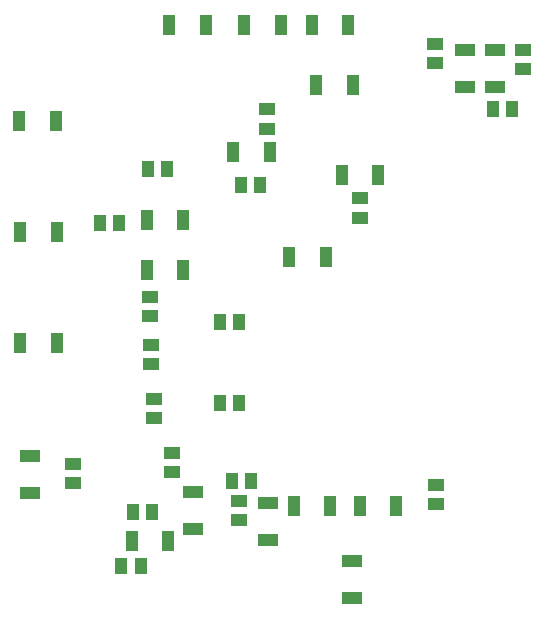
<source format=gbr>
%TF.GenerationSoftware,KiCad,Pcbnew,8.0.0*%
%TF.CreationDate,2024-04-17T18:05:47+02:00*%
%TF.ProjectId,TSAL,5453414c-2e6b-4696-9361-645f70636258,V2.1*%
%TF.SameCoordinates,Original*%
%TF.FileFunction,Paste,Bot*%
%TF.FilePolarity,Positive*%
%FSLAX46Y46*%
G04 Gerber Fmt 4.6, Leading zero omitted, Abs format (unit mm)*
G04 Created by KiCad (PCBNEW 8.0.0) date 2024-04-17 18:05:47*
%MOMM*%
%LPD*%
G01*
G04 APERTURE LIST*
%ADD10R,1.070000X1.470000*%
%ADD11R,1.470000X1.070000*%
%ADD12R,1.800000X1.050000*%
%ADD13R,1.050000X1.800000*%
G04 APERTURE END LIST*
D10*
%TO.C,C19*%
X145210872Y-37613489D03*
X146850872Y-37613489D03*
%TD*%
D11*
%TO.C,C21*%
X118110000Y-68384000D03*
X118110000Y-66744000D03*
%TD*%
D12*
%TO.C,R17*%
X145415000Y-35727500D03*
X145415000Y-32627500D03*
%TD*%
D10*
%TO.C,C17*%
X122116000Y-62484000D03*
X123756000Y-62484000D03*
%TD*%
D13*
%TO.C,R10*%
X117755000Y-74168000D03*
X114655000Y-74168000D03*
%TD*%
D12*
%TO.C,R35*%
X126238000Y-70967000D03*
X126238000Y-74067000D03*
%TD*%
D11*
%TO.C,C1*%
X123747236Y-70766062D03*
X123747236Y-72406062D03*
%TD*%
D10*
%TO.C,C11*%
X122100905Y-55652074D03*
X123740905Y-55652074D03*
%TD*%
D13*
%TO.C,R5*%
X108305000Y-47990000D03*
X105205000Y-47990000D03*
%TD*%
D11*
%TO.C,C7*%
X109728000Y-69277650D03*
X109728000Y-67637650D03*
%TD*%
D13*
%TO.C,R34*%
X135535000Y-43180000D03*
X132435000Y-43180000D03*
%TD*%
D10*
%TO.C,C14*%
X123132000Y-69088000D03*
X124772000Y-69088000D03*
%TD*%
D11*
%TO.C,C5*%
X147790967Y-34222001D03*
X147790967Y-32582001D03*
%TD*%
D13*
%TO.C,R32*%
X123265000Y-41275000D03*
X126365000Y-41275000D03*
%TD*%
%TO.C,R33*%
X133959000Y-71247000D03*
X137059000Y-71247000D03*
%TD*%
D10*
%TO.C,C18*%
X114750000Y-71755000D03*
X116390000Y-71755000D03*
%TD*%
D13*
%TO.C,R11*%
X124180000Y-30480000D03*
X127280000Y-30480000D03*
%TD*%
%TO.C,R14*%
X130276000Y-35560000D03*
X133376000Y-35560000D03*
%TD*%
D11*
%TO.C,C3*%
X133975279Y-46818306D03*
X133975279Y-45178306D03*
%TD*%
D12*
%TO.C,R16*%
X106045000Y-70130000D03*
X106045000Y-67030000D03*
%TD*%
D11*
%TO.C,C20*%
X116528000Y-63812000D03*
X116528000Y-62172000D03*
%TD*%
D10*
%TO.C,C2*%
X113792000Y-76327000D03*
X115432000Y-76327000D03*
%TD*%
%TO.C,C16*%
X116020000Y-42672000D03*
X117660000Y-42672000D03*
%TD*%
D12*
%TO.C,R19*%
X119888000Y-73178000D03*
X119888000Y-70078000D03*
%TD*%
D13*
%TO.C,R12*%
X132995000Y-30480000D03*
X129895000Y-30480000D03*
%TD*%
D10*
%TO.C,C4*%
X123894000Y-44069000D03*
X125534000Y-44069000D03*
%TD*%
D13*
%TO.C,R29*%
X131090000Y-50165000D03*
X127990000Y-50165000D03*
%TD*%
D12*
%TO.C,R15*%
X142875000Y-32627500D03*
X142875000Y-35727500D03*
%TD*%
D11*
%TO.C,C8*%
X140393322Y-71052060D03*
X140393322Y-69412060D03*
%TD*%
%TO.C,C15*%
X140335000Y-32087500D03*
X140335000Y-33727500D03*
%TD*%
%TO.C,C9*%
X126091553Y-37634380D03*
X126091553Y-39274380D03*
%TD*%
D13*
%TO.C,R36*%
X131471000Y-71247000D03*
X128371000Y-71247000D03*
%TD*%
D11*
%TO.C,C12*%
X116332000Y-59240000D03*
X116332000Y-57600000D03*
%TD*%
%TO.C,C6*%
X116205000Y-55176000D03*
X116205000Y-53536000D03*
%TD*%
D13*
%TO.C,R9*%
X119025000Y-46990000D03*
X115925000Y-46990000D03*
%TD*%
%TO.C,R8*%
X108305000Y-57404000D03*
X105205000Y-57404000D03*
%TD*%
%TO.C,R13*%
X117830000Y-30480000D03*
X120930000Y-30480000D03*
%TD*%
%TO.C,R31*%
X115918450Y-51243969D03*
X119018450Y-51243969D03*
%TD*%
%TO.C,R3*%
X108230000Y-38608000D03*
X105130000Y-38608000D03*
%TD*%
D10*
%TO.C,C10*%
X111956000Y-47244000D03*
X113596000Y-47244000D03*
%TD*%
D12*
%TO.C,R1*%
X133350000Y-79020000D03*
X133350000Y-75920000D03*
%TD*%
M02*

</source>
